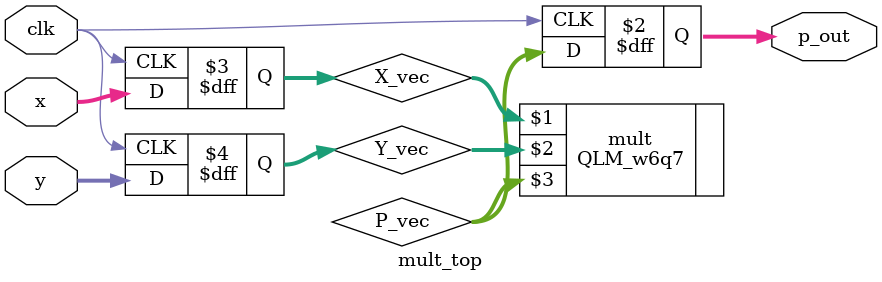
<source format=v>


module mult_top(
    // Clock and reset
    input clk,
    // Input X has a form x_i%d where %d denotes the bit number
    input  [15:0] x,
    // Input Y has a form y_i%d where %d denotes the bit number
    input  [15:0] y,
    // Output P has a form p_out%d where %d denotes the bit number
    output reg [31:0] p_out
    );

    
    // Now we have X_vec and Y_vec signal 
    // Then we do processing with these signals and store the 
    // intermidiate result in P_vec
    // For example purposes X_vec and Y_vec are concanated and stored in P_vec
    wire [31:0] P_vec;
    reg [15:0] X_vec;
    reg [15:0] Y_vec;
    
    QLM_w6q7 mult(X_vec,Y_vec,P_vec); 

 
    always @(posedge clk) 
    begin
        p_out = P_vec;
        X_vec = x;
        Y_vec = y;
    end

endmodule 


</source>
